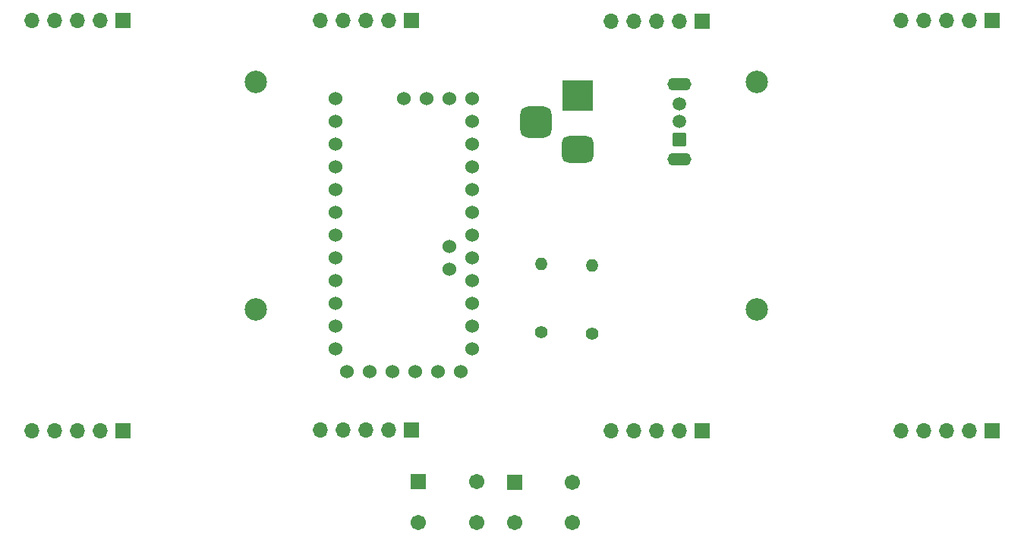
<source format=gts>
%TF.GenerationSoftware,KiCad,Pcbnew,8.0.1*%
%TF.CreationDate,2024-08-12T20:51:52+05:30*%
%TF.ProjectId,4x8x8 LED Matrix Pcb,34783878-3820-44c4-9544-204d61747269,rev?*%
%TF.SameCoordinates,Original*%
%TF.FileFunction,Soldermask,Top*%
%TF.FilePolarity,Negative*%
%FSLAX46Y46*%
G04 Gerber Fmt 4.6, Leading zero omitted, Abs format (unit mm)*
G04 Created by KiCad (PCBNEW 8.0.1) date 2024-08-12 20:51:52*
%MOMM*%
%LPD*%
G01*
G04 APERTURE LIST*
G04 Aperture macros list*
%AMRoundRect*
0 Rectangle with rounded corners*
0 $1 Rounding radius*
0 $2 $3 $4 $5 $6 $7 $8 $9 X,Y pos of 4 corners*
0 Add a 4 corners polygon primitive as box body*
4,1,4,$2,$3,$4,$5,$6,$7,$8,$9,$2,$3,0*
0 Add four circle primitives for the rounded corners*
1,1,$1+$1,$2,$3*
1,1,$1+$1,$4,$5*
1,1,$1+$1,$6,$7*
1,1,$1+$1,$8,$9*
0 Add four rect primitives between the rounded corners*
20,1,$1+$1,$2,$3,$4,$5,0*
20,1,$1+$1,$4,$5,$6,$7,0*
20,1,$1+$1,$6,$7,$8,$9,0*
20,1,$1+$1,$8,$9,$2,$3,0*%
G04 Aperture macros list end*
%ADD10C,1.524000*%
%ADD11C,2.500000*%
%ADD12R,1.700000X1.700000*%
%ADD13O,1.700000X1.700000*%
%ADD14C,1.400000*%
%ADD15O,1.400000X1.400000*%
%ADD16RoundRect,0.102000X0.654000X-0.654000X0.654000X0.654000X-0.654000X0.654000X-0.654000X-0.654000X0*%
%ADD17C,1.512000*%
%ADD18O,2.664000X1.434000*%
%ADD19RoundRect,0.102000X-0.754000X-0.754000X0.754000X-0.754000X0.754000X0.754000X-0.754000X0.754000X0*%
%ADD20C,1.712000*%
%ADD21R,3.500000X3.500000*%
%ADD22RoundRect,0.750000X1.000000X-0.750000X1.000000X0.750000X-1.000000X0.750000X-1.000000X-0.750000X0*%
%ADD23RoundRect,0.875000X0.875000X-0.875000X0.875000X0.875000X-0.875000X0.875000X-0.875000X-0.875000X0*%
G04 APERTURE END LIST*
D10*
%TO.C,U1*%
X125730000Y-111125000D03*
X125730000Y-108585000D03*
X125730000Y-106045000D03*
X125730000Y-103505000D03*
X125730000Y-100965000D03*
X125730000Y-98425000D03*
X125730000Y-95885000D03*
X125730000Y-93345000D03*
X125730000Y-90805000D03*
X125730000Y-88265000D03*
X125730000Y-85725000D03*
X125730000Y-83185000D03*
X133350000Y-83185000D03*
X135890000Y-83185000D03*
X138430000Y-83185000D03*
X140970000Y-83185000D03*
X140970000Y-85725000D03*
X140970000Y-88265000D03*
X140970000Y-90805000D03*
X140970000Y-93345000D03*
X140970000Y-95885000D03*
X140970000Y-98425000D03*
X140970000Y-100965000D03*
X140970000Y-103505000D03*
X140970000Y-106045000D03*
X140970000Y-108585000D03*
X140970000Y-111125000D03*
X139700000Y-113665000D03*
X137160000Y-113665000D03*
X134620000Y-113665000D03*
X132080000Y-113665000D03*
X129540000Y-113665000D03*
X127000000Y-113665000D03*
X138430000Y-99695000D03*
X138430000Y-102235000D03*
%TD*%
D11*
%TO.C,H1*%
X116840000Y-81280000D03*
%TD*%
D12*
%TO.C,J8*%
X198920000Y-120210000D03*
D13*
X196380000Y-120210000D03*
X193840000Y-120210000D03*
X191300000Y-120210000D03*
X188760000Y-120210000D03*
%TD*%
%TO.C,J6*%
X156440000Y-120210000D03*
X158980000Y-120210000D03*
X161520000Y-120210000D03*
X164060000Y-120210000D03*
D12*
X166600000Y-120210000D03*
%TD*%
D14*
%TO.C,R1*%
X148640000Y-109280000D03*
D15*
X148640000Y-101660000D03*
%TD*%
D11*
%TO.C,H3*%
X172720000Y-81280000D03*
%TD*%
D12*
%TO.C,J9*%
X198920000Y-74420000D03*
D13*
X196380000Y-74420000D03*
X193840000Y-74420000D03*
X191300000Y-74420000D03*
X188760000Y-74420000D03*
%TD*%
D16*
%TO.C,S1*%
X164057500Y-87740000D03*
D17*
X164057500Y-85740000D03*
X164057500Y-83740000D03*
D18*
X164057500Y-89940000D03*
X164057500Y-81540000D03*
%TD*%
D12*
%TO.C,J7*%
X166600000Y-74490000D03*
D13*
X164060000Y-74490000D03*
X161520000Y-74490000D03*
X158980000Y-74490000D03*
X156440000Y-74490000D03*
%TD*%
D11*
%TO.C,H4*%
X116840000Y-106680000D03*
%TD*%
D19*
%TO.C,S2*%
X134925000Y-125950000D03*
D20*
X141425000Y-125950000D03*
X134925000Y-130450000D03*
X141425000Y-130450000D03*
%TD*%
D12*
%TO.C,J4*%
X134190000Y-120190000D03*
D13*
X131650000Y-120190000D03*
X129110000Y-120190000D03*
X126570000Y-120190000D03*
X124030000Y-120190000D03*
%TD*%
D21*
%TO.C,J1*%
X152712500Y-82820000D03*
D22*
X152712500Y-88820000D03*
D23*
X148012500Y-85820000D03*
%TD*%
D14*
%TO.C,R2*%
X154310000Y-109400000D03*
D15*
X154310000Y-101780000D03*
%TD*%
D13*
%TO.C,J2*%
X91840000Y-120230000D03*
X94380000Y-120230000D03*
X96920000Y-120230000D03*
X99460000Y-120230000D03*
D12*
X102000000Y-120230000D03*
%TD*%
%TO.C,J5*%
X134190000Y-74420000D03*
D13*
X131650000Y-74420000D03*
X129110000Y-74420000D03*
X126570000Y-74420000D03*
X124030000Y-74420000D03*
%TD*%
D11*
%TO.C,H2*%
X172720000Y-106680000D03*
%TD*%
D19*
%TO.C,S3*%
X145650000Y-125975000D03*
D20*
X152150000Y-125975000D03*
X145650000Y-130475000D03*
X152150000Y-130475000D03*
%TD*%
D12*
%TO.C,J3*%
X102000000Y-74450000D03*
D13*
X99460000Y-74450000D03*
X96920000Y-74450000D03*
X94380000Y-74450000D03*
X91840000Y-74450000D03*
%TD*%
M02*

</source>
